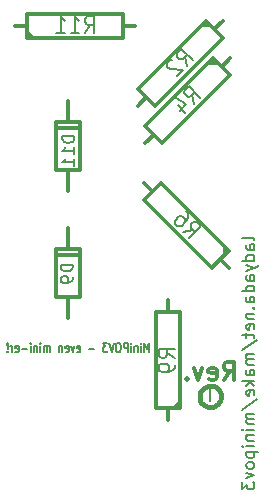
<source format=gbo>
G04 (created by PCBNEW-RS274X (2011-05-25)-stable) date Wed 29 Aug 2012 05:18:07 PM CDT*
G01*
G70*
G90*
%MOIN*%
G04 Gerber Fmt 3.4, Leading zero omitted, Abs format*
%FSLAX34Y34*%
G04 APERTURE LIST*
%ADD10C,0.006000*%
%ADD11C,0.012000*%
%ADD12C,0.008000*%
%ADD13C,0.015000*%
%ADD14C,0.012500*%
G04 APERTURE END LIST*
G54D10*
G54D11*
X07442Y-15543D02*
X07642Y-15257D01*
X07785Y-15543D02*
X07785Y-14943D01*
X07557Y-14943D01*
X07499Y-14971D01*
X07471Y-15000D01*
X07442Y-15057D01*
X07442Y-15143D01*
X07471Y-15200D01*
X07499Y-15229D01*
X07557Y-15257D01*
X07785Y-15257D01*
X06957Y-15514D02*
X07014Y-15543D01*
X07128Y-15543D01*
X07185Y-15514D01*
X07214Y-15457D01*
X07214Y-15229D01*
X07185Y-15171D01*
X07128Y-15143D01*
X07014Y-15143D01*
X06957Y-15171D01*
X06928Y-15229D01*
X06928Y-15286D01*
X07214Y-15343D01*
X06728Y-15143D02*
X06585Y-15543D01*
X06443Y-15143D01*
X06214Y-15486D02*
X06186Y-15514D01*
X06214Y-15543D01*
X06243Y-15514D01*
X06214Y-15486D01*
X06214Y-15543D01*
G54D12*
X07000Y-16262D02*
X07000Y-15862D01*
G54D13*
X07360Y-16100D02*
X07353Y-16169D01*
X07332Y-16237D01*
X07299Y-16299D01*
X07255Y-16353D01*
X07201Y-16398D01*
X07139Y-16431D01*
X07072Y-16452D01*
X07002Y-16459D01*
X06933Y-16453D01*
X06866Y-16433D01*
X06803Y-16401D01*
X06749Y-16357D01*
X06703Y-16303D01*
X06670Y-16241D01*
X06648Y-16174D01*
X06641Y-16105D01*
X06646Y-16036D01*
X06666Y-15968D01*
X06698Y-15905D01*
X06742Y-15850D01*
X06795Y-15805D01*
X06856Y-15771D01*
X06923Y-15749D01*
X06993Y-15741D01*
X07062Y-15746D01*
X07130Y-15765D01*
X07192Y-15797D01*
X07248Y-15840D01*
X07294Y-15893D01*
X07328Y-15954D01*
X07351Y-16021D01*
X07359Y-16090D01*
X07360Y-16100D01*
G54D10*
X04960Y-14621D02*
X04960Y-14321D01*
X04880Y-14536D01*
X04800Y-14321D01*
X04800Y-14621D01*
X04686Y-14621D02*
X04686Y-14421D01*
X04686Y-14321D02*
X04697Y-14336D01*
X04686Y-14350D01*
X04674Y-14336D01*
X04686Y-14321D01*
X04686Y-14350D01*
X04572Y-14421D02*
X04572Y-14621D01*
X04572Y-14450D02*
X04560Y-14436D01*
X04538Y-14421D01*
X04503Y-14421D01*
X04480Y-14436D01*
X04469Y-14464D01*
X04469Y-14621D01*
X04355Y-14621D02*
X04355Y-14421D01*
X04355Y-14321D02*
X04366Y-14336D01*
X04355Y-14350D01*
X04343Y-14336D01*
X04355Y-14321D01*
X04355Y-14350D01*
X04241Y-14621D02*
X04241Y-14321D01*
X04149Y-14321D01*
X04127Y-14336D01*
X04115Y-14350D01*
X04104Y-14379D01*
X04104Y-14421D01*
X04115Y-14450D01*
X04127Y-14464D01*
X04149Y-14479D01*
X04241Y-14479D01*
X03955Y-14321D02*
X03909Y-14321D01*
X03887Y-14336D01*
X03864Y-14364D01*
X03852Y-14421D01*
X03852Y-14521D01*
X03864Y-14579D01*
X03887Y-14607D01*
X03909Y-14621D01*
X03955Y-14621D01*
X03978Y-14607D01*
X04001Y-14579D01*
X04012Y-14521D01*
X04012Y-14421D01*
X04001Y-14364D01*
X03978Y-14336D01*
X03955Y-14321D01*
X03784Y-14321D02*
X03704Y-14621D01*
X03624Y-14321D01*
X03567Y-14321D02*
X03418Y-14321D01*
X03498Y-14436D01*
X03464Y-14436D01*
X03441Y-14450D01*
X03430Y-14464D01*
X03418Y-14493D01*
X03418Y-14564D01*
X03430Y-14593D01*
X03441Y-14607D01*
X03464Y-14621D01*
X03532Y-14621D01*
X03555Y-14607D01*
X03567Y-14593D01*
X03132Y-14507D02*
X02949Y-14507D01*
X02560Y-14607D02*
X02583Y-14621D01*
X02629Y-14621D01*
X02652Y-14607D01*
X02663Y-14579D01*
X02663Y-14464D01*
X02652Y-14436D01*
X02629Y-14421D01*
X02583Y-14421D01*
X02560Y-14436D01*
X02549Y-14464D01*
X02549Y-14493D01*
X02663Y-14521D01*
X02469Y-14421D02*
X02412Y-14621D01*
X02354Y-14421D01*
X02171Y-14607D02*
X02194Y-14621D01*
X02240Y-14621D01*
X02263Y-14607D01*
X02274Y-14579D01*
X02274Y-14464D01*
X02263Y-14436D01*
X02240Y-14421D01*
X02194Y-14421D01*
X02171Y-14436D01*
X02160Y-14464D01*
X02160Y-14493D01*
X02274Y-14521D01*
X02057Y-14421D02*
X02057Y-14621D01*
X02057Y-14450D02*
X02045Y-14436D01*
X02023Y-14421D01*
X01988Y-14421D01*
X01965Y-14436D01*
X01954Y-14464D01*
X01954Y-14621D01*
X01657Y-14621D02*
X01657Y-14421D01*
X01657Y-14450D02*
X01645Y-14436D01*
X01623Y-14421D01*
X01588Y-14421D01*
X01565Y-14436D01*
X01554Y-14464D01*
X01554Y-14621D01*
X01554Y-14464D02*
X01543Y-14436D01*
X01520Y-14421D01*
X01485Y-14421D01*
X01463Y-14436D01*
X01451Y-14464D01*
X01451Y-14621D01*
X01337Y-14621D02*
X01337Y-14421D01*
X01337Y-14321D02*
X01348Y-14336D01*
X01337Y-14350D01*
X01325Y-14336D01*
X01337Y-14321D01*
X01337Y-14350D01*
X01223Y-14421D02*
X01223Y-14621D01*
X01223Y-14450D02*
X01211Y-14436D01*
X01189Y-14421D01*
X01154Y-14421D01*
X01131Y-14436D01*
X01120Y-14464D01*
X01120Y-14621D01*
X01006Y-14621D02*
X01006Y-14421D01*
X01006Y-14321D02*
X01017Y-14336D01*
X01006Y-14350D01*
X00994Y-14336D01*
X01006Y-14321D01*
X01006Y-14350D01*
X00892Y-14507D02*
X00709Y-14507D01*
X00503Y-14607D02*
X00526Y-14621D01*
X00572Y-14621D01*
X00595Y-14607D01*
X00606Y-14579D01*
X00606Y-14464D01*
X00595Y-14436D01*
X00572Y-14421D01*
X00526Y-14421D01*
X00503Y-14436D01*
X00492Y-14464D01*
X00492Y-14493D01*
X00606Y-14521D01*
X00389Y-14621D02*
X00389Y-14421D01*
X00389Y-14479D02*
X00377Y-14450D01*
X00366Y-14436D01*
X00343Y-14421D01*
X00320Y-14421D01*
X00240Y-14593D02*
X00228Y-14607D01*
X00240Y-14621D01*
X00251Y-14607D01*
X00240Y-14593D01*
X00240Y-14621D01*
X00240Y-14507D02*
X00251Y-14336D01*
X00240Y-14321D01*
X00228Y-14336D01*
X00240Y-14507D01*
X00240Y-14321D01*
X08462Y-10885D02*
X08443Y-10847D01*
X08405Y-10828D01*
X08062Y-10828D01*
X08462Y-11210D02*
X08252Y-11210D01*
X08214Y-11191D01*
X08195Y-11153D01*
X08195Y-11076D01*
X08214Y-11038D01*
X08443Y-11210D02*
X08462Y-11172D01*
X08462Y-11076D01*
X08443Y-11038D01*
X08405Y-11019D01*
X08367Y-11019D01*
X08329Y-11038D01*
X08310Y-11076D01*
X08310Y-11172D01*
X08290Y-11210D01*
X08462Y-11572D02*
X08062Y-11572D01*
X08443Y-11572D02*
X08462Y-11534D01*
X08462Y-11457D01*
X08443Y-11419D01*
X08424Y-11400D01*
X08386Y-11381D01*
X08271Y-11381D01*
X08233Y-11400D01*
X08214Y-11419D01*
X08195Y-11457D01*
X08195Y-11534D01*
X08214Y-11572D01*
X08195Y-11724D02*
X08462Y-11819D01*
X08195Y-11915D02*
X08462Y-11819D01*
X08557Y-11781D01*
X08576Y-11762D01*
X08595Y-11724D01*
X08462Y-12239D02*
X08252Y-12239D01*
X08214Y-12220D01*
X08195Y-12182D01*
X08195Y-12105D01*
X08214Y-12067D01*
X08443Y-12239D02*
X08462Y-12201D01*
X08462Y-12105D01*
X08443Y-12067D01*
X08405Y-12048D01*
X08367Y-12048D01*
X08329Y-12067D01*
X08310Y-12105D01*
X08310Y-12201D01*
X08290Y-12239D01*
X08462Y-12601D02*
X08062Y-12601D01*
X08443Y-12601D02*
X08462Y-12563D01*
X08462Y-12486D01*
X08443Y-12448D01*
X08424Y-12429D01*
X08386Y-12410D01*
X08271Y-12410D01*
X08233Y-12429D01*
X08214Y-12448D01*
X08195Y-12486D01*
X08195Y-12563D01*
X08214Y-12601D01*
X08462Y-12963D02*
X08252Y-12963D01*
X08214Y-12944D01*
X08195Y-12906D01*
X08195Y-12829D01*
X08214Y-12791D01*
X08443Y-12963D02*
X08462Y-12925D01*
X08462Y-12829D01*
X08443Y-12791D01*
X08405Y-12772D01*
X08367Y-12772D01*
X08329Y-12791D01*
X08310Y-12829D01*
X08310Y-12925D01*
X08290Y-12963D01*
X08424Y-13153D02*
X08443Y-13172D01*
X08462Y-13153D01*
X08443Y-13134D01*
X08424Y-13153D01*
X08462Y-13153D01*
X08195Y-13343D02*
X08462Y-13343D01*
X08233Y-13343D02*
X08214Y-13362D01*
X08195Y-13400D01*
X08195Y-13458D01*
X08214Y-13496D01*
X08252Y-13515D01*
X08462Y-13515D01*
X08443Y-13858D02*
X08462Y-13820D01*
X08462Y-13743D01*
X08443Y-13705D01*
X08405Y-13686D01*
X08252Y-13686D01*
X08214Y-13705D01*
X08195Y-13743D01*
X08195Y-13820D01*
X08214Y-13858D01*
X08252Y-13877D01*
X08290Y-13877D01*
X08329Y-13686D01*
X08195Y-13991D02*
X08195Y-14143D01*
X08062Y-14048D02*
X08405Y-14048D01*
X08443Y-14067D01*
X08462Y-14105D01*
X08462Y-14143D01*
X08043Y-14563D02*
X08557Y-14220D01*
X08462Y-14696D02*
X08195Y-14696D01*
X08233Y-14696D02*
X08214Y-14715D01*
X08195Y-14753D01*
X08195Y-14811D01*
X08214Y-14849D01*
X08252Y-14868D01*
X08462Y-14868D01*
X08252Y-14868D02*
X08214Y-14887D01*
X08195Y-14925D01*
X08195Y-14982D01*
X08214Y-15020D01*
X08252Y-15039D01*
X08462Y-15039D01*
X08462Y-15401D02*
X08252Y-15401D01*
X08214Y-15382D01*
X08195Y-15344D01*
X08195Y-15267D01*
X08214Y-15229D01*
X08443Y-15401D02*
X08462Y-15363D01*
X08462Y-15267D01*
X08443Y-15229D01*
X08405Y-15210D01*
X08367Y-15210D01*
X08329Y-15229D01*
X08310Y-15267D01*
X08310Y-15363D01*
X08290Y-15401D01*
X08462Y-15591D02*
X08062Y-15591D01*
X08310Y-15629D02*
X08462Y-15744D01*
X08195Y-15744D02*
X08348Y-15591D01*
X08443Y-16068D02*
X08462Y-16030D01*
X08462Y-15953D01*
X08443Y-15915D01*
X08405Y-15896D01*
X08252Y-15896D01*
X08214Y-15915D01*
X08195Y-15953D01*
X08195Y-16030D01*
X08214Y-16068D01*
X08252Y-16087D01*
X08290Y-16087D01*
X08329Y-15896D01*
X08043Y-16544D02*
X08557Y-16201D01*
X08462Y-16677D02*
X08195Y-16677D01*
X08233Y-16677D02*
X08214Y-16696D01*
X08195Y-16734D01*
X08195Y-16792D01*
X08214Y-16830D01*
X08252Y-16849D01*
X08462Y-16849D01*
X08252Y-16849D02*
X08214Y-16868D01*
X08195Y-16906D01*
X08195Y-16963D01*
X08214Y-17001D01*
X08252Y-17020D01*
X08462Y-17020D01*
X08462Y-17210D02*
X08195Y-17210D01*
X08062Y-17210D02*
X08081Y-17191D01*
X08100Y-17210D01*
X08081Y-17229D01*
X08062Y-17210D01*
X08100Y-17210D01*
X08195Y-17400D02*
X08462Y-17400D01*
X08233Y-17400D02*
X08214Y-17419D01*
X08195Y-17457D01*
X08195Y-17515D01*
X08214Y-17553D01*
X08252Y-17572D01*
X08462Y-17572D01*
X08462Y-17762D02*
X08195Y-17762D01*
X08062Y-17762D02*
X08081Y-17743D01*
X08100Y-17762D01*
X08081Y-17781D01*
X08062Y-17762D01*
X08100Y-17762D01*
X08195Y-17952D02*
X08595Y-17952D01*
X08214Y-17952D02*
X08195Y-17990D01*
X08195Y-18067D01*
X08214Y-18105D01*
X08233Y-18124D01*
X08271Y-18143D01*
X08386Y-18143D01*
X08424Y-18124D01*
X08443Y-18105D01*
X08462Y-18067D01*
X08462Y-17990D01*
X08443Y-17952D01*
X08462Y-18371D02*
X08443Y-18333D01*
X08424Y-18314D01*
X08386Y-18295D01*
X08271Y-18295D01*
X08233Y-18314D01*
X08214Y-18333D01*
X08195Y-18371D01*
X08195Y-18429D01*
X08214Y-18467D01*
X08233Y-18486D01*
X08271Y-18505D01*
X08386Y-18505D01*
X08424Y-18486D01*
X08443Y-18467D01*
X08462Y-18429D01*
X08462Y-18371D01*
X08195Y-18638D02*
X08462Y-18733D01*
X08195Y-18829D01*
X08062Y-18943D02*
X08062Y-19191D01*
X08214Y-19057D01*
X08214Y-19115D01*
X08233Y-19153D01*
X08252Y-19172D01*
X08290Y-19191D01*
X08386Y-19191D01*
X08424Y-19172D01*
X08443Y-19153D01*
X08462Y-19115D01*
X08462Y-19000D01*
X08443Y-18962D01*
X08424Y-18943D01*
G54D14*
X02250Y-06950D02*
X02250Y-06250D01*
X02250Y-08550D02*
X02250Y-09250D01*
X02650Y-07150D02*
X01850Y-07150D01*
X02650Y-08550D02*
X01850Y-08550D01*
X01850Y-08550D02*
X01850Y-06950D01*
X01850Y-06950D02*
X02650Y-06950D01*
X02650Y-06950D02*
X02650Y-08550D01*
X02250Y-11200D02*
X02250Y-10500D01*
X02250Y-12800D02*
X02250Y-13500D01*
X02650Y-11400D02*
X01850Y-11400D01*
X02650Y-12800D02*
X01850Y-12800D01*
X01850Y-12800D02*
X01850Y-11200D01*
X01850Y-11200D02*
X02650Y-11200D01*
X02650Y-11200D02*
X02650Y-12800D01*
G54D11*
X07414Y-03586D02*
X07131Y-03869D01*
X07131Y-03869D02*
X06849Y-03586D01*
X06849Y-03586D02*
X04586Y-05849D01*
X04586Y-05849D02*
X05151Y-06414D01*
X05151Y-06414D02*
X07414Y-04151D01*
X07414Y-04151D02*
X07131Y-03869D01*
X06990Y-03727D02*
X06707Y-03727D01*
X04586Y-06414D02*
X04869Y-06131D01*
X07664Y-04836D02*
X07381Y-05119D01*
X07381Y-05119D02*
X07099Y-04836D01*
X07099Y-04836D02*
X04836Y-07099D01*
X04836Y-07099D02*
X05401Y-07664D01*
X05401Y-07664D02*
X07664Y-05401D01*
X07664Y-05401D02*
X07381Y-05119D01*
X07240Y-04977D02*
X06957Y-04977D01*
X04836Y-07664D02*
X05119Y-07381D01*
X07614Y-11814D02*
X07331Y-11531D01*
X07331Y-11531D02*
X07614Y-11249D01*
X07614Y-11249D02*
X05351Y-08986D01*
X05351Y-08986D02*
X04786Y-09551D01*
X04786Y-09551D02*
X07049Y-11814D01*
X07049Y-11814D02*
X07331Y-11531D01*
X07473Y-11390D02*
X07473Y-11107D01*
X04786Y-08986D02*
X05069Y-09269D01*
X05600Y-16900D02*
X05600Y-16500D01*
X05600Y-16500D02*
X06000Y-16500D01*
X06000Y-16500D02*
X06000Y-13300D01*
X06000Y-13300D02*
X05200Y-13300D01*
X05200Y-13300D02*
X05200Y-16500D01*
X05200Y-16500D02*
X05600Y-16500D01*
X05800Y-16500D02*
X06000Y-16300D01*
X05600Y-12900D02*
X05600Y-13300D01*
X00500Y-03750D02*
X00900Y-03750D01*
X00900Y-03750D02*
X00900Y-04150D01*
X00900Y-04150D02*
X04100Y-04150D01*
X04100Y-04150D02*
X04100Y-03350D01*
X04100Y-03350D02*
X00900Y-03350D01*
X00900Y-03350D02*
X00900Y-03750D01*
X00900Y-03950D02*
X01100Y-04150D01*
X04500Y-03750D02*
X04100Y-03750D01*
G54D12*
X02462Y-07414D02*
X02062Y-07414D01*
X02062Y-07509D01*
X02081Y-07567D01*
X02119Y-07605D01*
X02157Y-07624D01*
X02233Y-07643D01*
X02290Y-07643D01*
X02367Y-07624D01*
X02405Y-07605D01*
X02443Y-07567D01*
X02462Y-07509D01*
X02462Y-07414D01*
X02462Y-08024D02*
X02462Y-07795D01*
X02462Y-07909D02*
X02062Y-07909D01*
X02119Y-07871D01*
X02157Y-07833D01*
X02176Y-07795D01*
X02462Y-08405D02*
X02462Y-08176D01*
X02462Y-08290D02*
X02062Y-08290D01*
X02119Y-08252D01*
X02157Y-08214D01*
X02176Y-08176D01*
X02412Y-11705D02*
X02012Y-11705D01*
X02012Y-11800D01*
X02031Y-11858D01*
X02069Y-11896D01*
X02107Y-11915D01*
X02183Y-11934D01*
X02240Y-11934D01*
X02317Y-11915D01*
X02355Y-11896D01*
X02393Y-11858D01*
X02412Y-11800D01*
X02412Y-11705D01*
X02412Y-12124D02*
X02412Y-12200D01*
X02393Y-12239D01*
X02374Y-12258D01*
X02317Y-12296D01*
X02240Y-12315D01*
X02088Y-12315D01*
X02050Y-12296D01*
X02031Y-12277D01*
X02012Y-12239D01*
X02012Y-12162D01*
X02031Y-12124D01*
X02050Y-12105D01*
X02088Y-12086D01*
X02183Y-12086D01*
X02221Y-12105D01*
X02240Y-12124D01*
X02260Y-12162D01*
X02260Y-12239D01*
X02240Y-12277D01*
X02221Y-12296D01*
X02183Y-12315D01*
X06216Y-05099D02*
X06149Y-04796D01*
X06419Y-04897D02*
X06030Y-04508D01*
X05895Y-04643D01*
X05880Y-04695D01*
X05881Y-04730D01*
X05901Y-04784D01*
X05957Y-04839D01*
X06011Y-04859D01*
X06047Y-04861D01*
X06098Y-04847D01*
X06233Y-04712D01*
X05730Y-04881D02*
X05695Y-04880D01*
X05642Y-04895D01*
X05558Y-04979D01*
X05543Y-05031D01*
X05545Y-05066D01*
X05564Y-05120D01*
X05602Y-05158D01*
X05674Y-05196D01*
X06099Y-05216D01*
X05880Y-05436D01*
X06466Y-06349D02*
X06399Y-06046D01*
X06669Y-06147D02*
X06280Y-05758D01*
X06145Y-05893D01*
X06130Y-05945D01*
X06131Y-05980D01*
X06151Y-06034D01*
X06207Y-06089D01*
X06261Y-06109D01*
X06297Y-06111D01*
X06348Y-06097D01*
X06483Y-05962D01*
X05904Y-06392D02*
X06164Y-06652D01*
X05840Y-06159D02*
X06202Y-06353D01*
X05983Y-06572D01*
X06101Y-10616D02*
X06404Y-10549D01*
X06303Y-10819D02*
X06692Y-10430D01*
X06557Y-10295D01*
X06505Y-10280D01*
X06470Y-10281D01*
X06416Y-10301D01*
X06361Y-10357D01*
X06341Y-10411D01*
X06339Y-10447D01*
X06353Y-10498D01*
X06488Y-10633D01*
X06187Y-09925D02*
X06254Y-09992D01*
X06270Y-10044D01*
X06268Y-10079D01*
X06246Y-10169D01*
X06189Y-10259D01*
X06041Y-10408D01*
X05987Y-10428D01*
X05952Y-10429D01*
X05899Y-10415D01*
X05832Y-10347D01*
X05817Y-10295D01*
X05819Y-10259D01*
X05839Y-10206D01*
X05931Y-10113D01*
X05985Y-10093D01*
X06021Y-10091D01*
X06073Y-10106D01*
X06141Y-10174D01*
X06155Y-10225D01*
X06153Y-10261D01*
X06134Y-10315D01*
X05823Y-14817D02*
X05561Y-14650D01*
X05823Y-14531D02*
X05273Y-14531D01*
X05273Y-14722D01*
X05299Y-14769D01*
X05325Y-14793D01*
X05377Y-14817D01*
X05456Y-14817D01*
X05508Y-14793D01*
X05535Y-14769D01*
X05561Y-14722D01*
X05561Y-14531D01*
X05823Y-15055D02*
X05823Y-15150D01*
X05796Y-15198D01*
X05770Y-15222D01*
X05692Y-15269D01*
X05587Y-15293D01*
X05377Y-15293D01*
X05325Y-15269D01*
X05299Y-15245D01*
X05273Y-15198D01*
X05273Y-15102D01*
X05299Y-15055D01*
X05325Y-15031D01*
X05377Y-15007D01*
X05508Y-15007D01*
X05561Y-15031D01*
X05587Y-15055D01*
X05613Y-15102D01*
X05613Y-15198D01*
X05587Y-15245D01*
X05561Y-15269D01*
X05508Y-15293D01*
X02821Y-03973D02*
X02988Y-03711D01*
X03107Y-03973D02*
X03107Y-03423D01*
X02916Y-03423D01*
X02869Y-03449D01*
X02845Y-03475D01*
X02821Y-03527D01*
X02821Y-03606D01*
X02845Y-03658D01*
X02869Y-03685D01*
X02916Y-03711D01*
X03107Y-03711D01*
X02345Y-03973D02*
X02631Y-03973D01*
X02488Y-03973D02*
X02488Y-03423D01*
X02536Y-03501D01*
X02583Y-03554D01*
X02631Y-03580D01*
X01869Y-03973D02*
X02155Y-03973D01*
X02012Y-03973D02*
X02012Y-03423D01*
X02060Y-03501D01*
X02107Y-03554D01*
X02155Y-03580D01*
M02*

</source>
